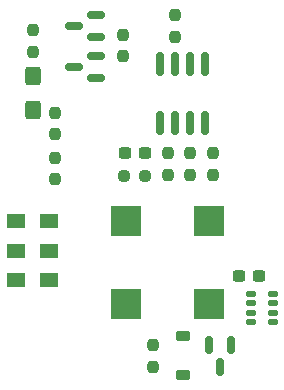
<source format=gbp>
%TF.GenerationSoftware,KiCad,Pcbnew,7.0.5-7.0.5~ubuntu22.04.1*%
%TF.CreationDate,2023-06-28T22:22:45+02:00*%
%TF.ProjectId,BatMon,4261744d-6f6e-42e6-9b69-6361645f7063,rev?*%
%TF.SameCoordinates,Original*%
%TF.FileFunction,Paste,Bot*%
%TF.FilePolarity,Positive*%
%FSLAX46Y46*%
G04 Gerber Fmt 4.6, Leading zero omitted, Abs format (unit mm)*
G04 Created by KiCad (PCBNEW 7.0.5-7.0.5~ubuntu22.04.1) date 2023-06-28 22:22:45*
%MOMM*%
%LPD*%
G01*
G04 APERTURE LIST*
G04 Aperture macros list*
%AMRoundRect*
0 Rectangle with rounded corners*
0 $1 Rounding radius*
0 $2 $3 $4 $5 $6 $7 $8 $9 X,Y pos of 4 corners*
0 Add a 4 corners polygon primitive as box body*
4,1,4,$2,$3,$4,$5,$6,$7,$8,$9,$2,$3,0*
0 Add four circle primitives for the rounded corners*
1,1,$1+$1,$2,$3*
1,1,$1+$1,$4,$5*
1,1,$1+$1,$6,$7*
1,1,$1+$1,$8,$9*
0 Add four rect primitives between the rounded corners*
20,1,$1+$1,$2,$3,$4,$5,0*
20,1,$1+$1,$4,$5,$6,$7,0*
20,1,$1+$1,$6,$7,$8,$9,0*
20,1,$1+$1,$8,$9,$2,$3,0*%
G04 Aperture macros list end*
%ADD10RoundRect,0.150000X0.587500X0.150000X-0.587500X0.150000X-0.587500X-0.150000X0.587500X-0.150000X0*%
%ADD11RoundRect,0.237500X-0.237500X0.250000X-0.237500X-0.250000X0.237500X-0.250000X0.237500X0.250000X0*%
%ADD12RoundRect,0.237500X0.237500X-0.250000X0.237500X0.250000X-0.237500X0.250000X-0.237500X-0.250000X0*%
%ADD13RoundRect,0.237500X0.300000X0.237500X-0.300000X0.237500X-0.300000X-0.237500X0.300000X-0.237500X0*%
%ADD14R,2.500000X2.500000*%
%ADD15RoundRect,0.250000X-0.425000X0.537500X-0.425000X-0.537500X0.425000X-0.537500X0.425000X0.537500X0*%
%ADD16R,1.600000X1.200000*%
%ADD17RoundRect,0.150000X-0.150000X0.587500X-0.150000X-0.587500X0.150000X-0.587500X0.150000X0.587500X0*%
%ADD18RoundRect,0.237500X-0.300000X-0.237500X0.300000X-0.237500X0.300000X0.237500X-0.300000X0.237500X0*%
%ADD19RoundRect,0.237500X0.250000X0.237500X-0.250000X0.237500X-0.250000X-0.237500X0.250000X-0.237500X0*%
%ADD20RoundRect,0.225000X0.375000X-0.225000X0.375000X0.225000X-0.375000X0.225000X-0.375000X-0.225000X0*%
%ADD21RoundRect,0.125000X0.275000X0.125000X-0.275000X0.125000X-0.275000X-0.125000X0.275000X-0.125000X0*%
%ADD22RoundRect,0.150000X-0.150000X0.825000X-0.150000X-0.825000X0.150000X-0.825000X0.150000X0.825000X0*%
G04 APERTURE END LIST*
D10*
X128572500Y-56835000D03*
X128572500Y-58735000D03*
X126697500Y-57785000D03*
D11*
X138430000Y-68580000D03*
X138430000Y-70405000D03*
D12*
X125095000Y-66952500D03*
X125095000Y-65127500D03*
D13*
X132715000Y-68580000D03*
X130990000Y-68580000D03*
D14*
X138120000Y-74295000D03*
X138120000Y-81295000D03*
X131120000Y-81295000D03*
X131120000Y-74295000D03*
D10*
X128572500Y-60330000D03*
X128572500Y-62230000D03*
X126697500Y-61280000D03*
D12*
X125095000Y-70762500D03*
X125095000Y-68937500D03*
D15*
X123190000Y-62062500D03*
X123190000Y-64937500D03*
D16*
X124590000Y-79335000D03*
X124590000Y-76835000D03*
X124590000Y-74335000D03*
X121790000Y-79335000D03*
X121790000Y-76835000D03*
X121790000Y-74335000D03*
D11*
X134620000Y-68580000D03*
X134620000Y-70405000D03*
D17*
X138115000Y-84787500D03*
X140015000Y-84787500D03*
X139065000Y-86662500D03*
D18*
X140637500Y-79000000D03*
X142362500Y-79000000D03*
D19*
X132715000Y-70485000D03*
X130890000Y-70485000D03*
D20*
X135890000Y-87375000D03*
X135890000Y-84075000D03*
D12*
X130810000Y-60348500D03*
X130810000Y-58523500D03*
X133350000Y-86637500D03*
X133350000Y-84812500D03*
D21*
X143500000Y-80480000D03*
X143500000Y-81280000D03*
X143500000Y-82080000D03*
X143500000Y-82880000D03*
X141700000Y-82880000D03*
X141700000Y-82080000D03*
X141700000Y-81280000D03*
X141700000Y-80480000D03*
D11*
X135255000Y-56872500D03*
X135255000Y-58697500D03*
D12*
X123190000Y-59967500D03*
X123190000Y-58142500D03*
D11*
X136525000Y-68580000D03*
X136525000Y-70405000D03*
D22*
X133985000Y-61025000D03*
X135255000Y-61025000D03*
X136525000Y-61025000D03*
X137795000Y-61025000D03*
X137795000Y-65975000D03*
X136525000Y-65975000D03*
X135255000Y-65975000D03*
X133985000Y-65975000D03*
M02*

</source>
